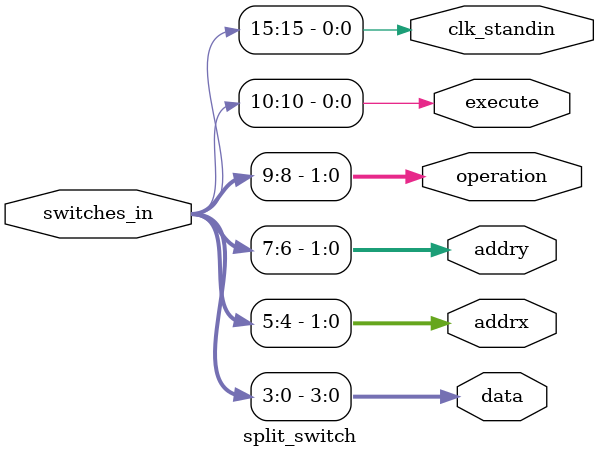
<source format=v>
module split_switch(input [15:0] switches_in,
                    output [3:0] data,
                    output [1:0] addrx,
                    output [1:0] addry,
                    output [1:0] operation,
                    output execute,
                    output clk_standin
					);
                    
    assign data = switches_in[3:0];
    assign addrx = switches_in[5:4];
    assign addry = switches_in[7:6];
    assign operation = switches_in[9:8];
    assign execute = switches_in[10];
    assign clk_standin = switches_in[15];
	//some switches left over not being used.
    
endmodule

</source>
